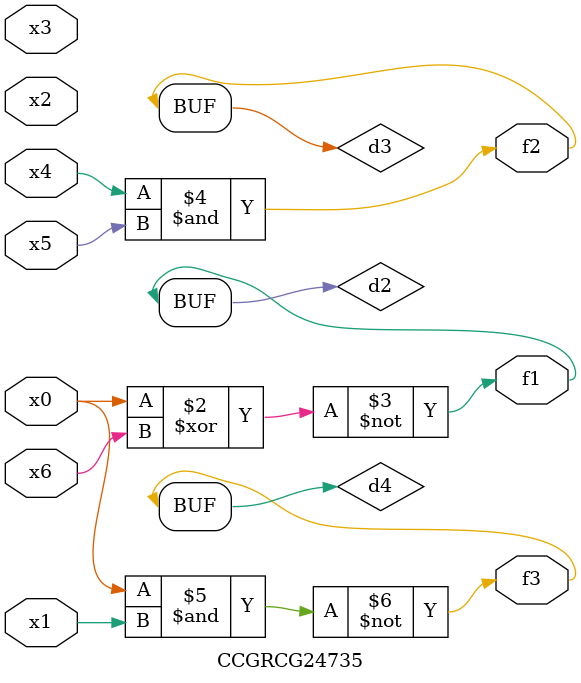
<source format=v>
module CCGRCG24735(
	input x0, x1, x2, x3, x4, x5, x6,
	output f1, f2, f3
);

	wire d1, d2, d3, d4;

	nor (d1, x0);
	xnor (d2, x0, x6);
	and (d3, x4, x5);
	nand (d4, x0, x1);
	assign f1 = d2;
	assign f2 = d3;
	assign f3 = d4;
endmodule

</source>
